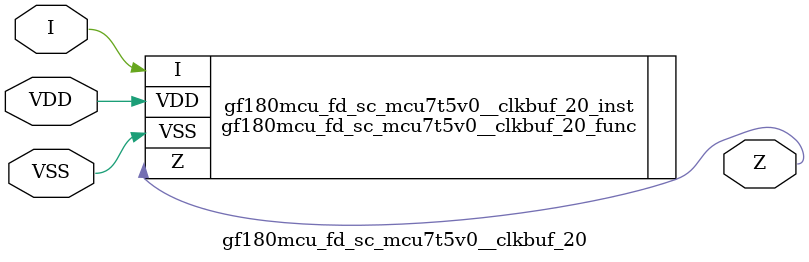
<source format=v>

module gf180mcu_fd_sc_mcu7t5v0__clkbuf_20( I, Z, VDD, VSS );
input I;
inout VDD, VSS;
output Z;

   `ifdef FUNCTIONAL  //  functional //

	gf180mcu_fd_sc_mcu7t5v0__clkbuf_20_func gf180mcu_fd_sc_mcu7t5v0__clkbuf_20_behav_inst(.I(I),.Z(Z),.VDD(VDD),.VSS(VSS));

   `else

	gf180mcu_fd_sc_mcu7t5v0__clkbuf_20_func gf180mcu_fd_sc_mcu7t5v0__clkbuf_20_inst(.I(I),.Z(Z),.VDD(VDD),.VSS(VSS));

	// spec_gates_begin


	// spec_gates_end



   specify

	// specify_block_begin

	// comb arc I --> Z
	 (I => Z) = (1.0,1.0);

	// specify_block_end

   endspecify

   `endif

endmodule

</source>
